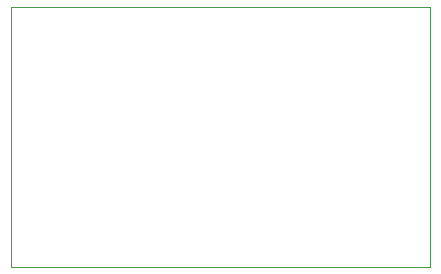
<source format=gbr>
G04 #@! TF.GenerationSoftware,KiCad,Pcbnew,(5.0.1)-3*
G04 #@! TF.CreationDate,2018-11-23T05:02:51-03:00*
G04 #@! TF.ProjectId,MMA7361,4D4D41373336312E6B696361645F7063,1.1*
G04 #@! TF.SameCoordinates,PX6f94740PY4c4b400*
G04 #@! TF.FileFunction,Paste,Bot*
G04 #@! TF.FilePolarity,Positive*
%FSLAX46Y46*%
G04 Gerber Fmt 4.6, Leading zero omitted, Abs format (unit mm)*
G04 Created by KiCad (PCBNEW (5.0.1)-3) date 23/11/2018 05:02:51*
%MOMM*%
%LPD*%
G01*
G04 APERTURE LIST*
%ADD10C,0.100000*%
G04 APERTURE END LIST*
D10*
X35500000Y0D02*
X0Y0D01*
X35500000Y-22000000D02*
X35500000Y0D01*
X0Y-22000000D02*
X35500000Y-22000000D01*
X0Y0D02*
X0Y-22000000D01*
M02*

</source>
